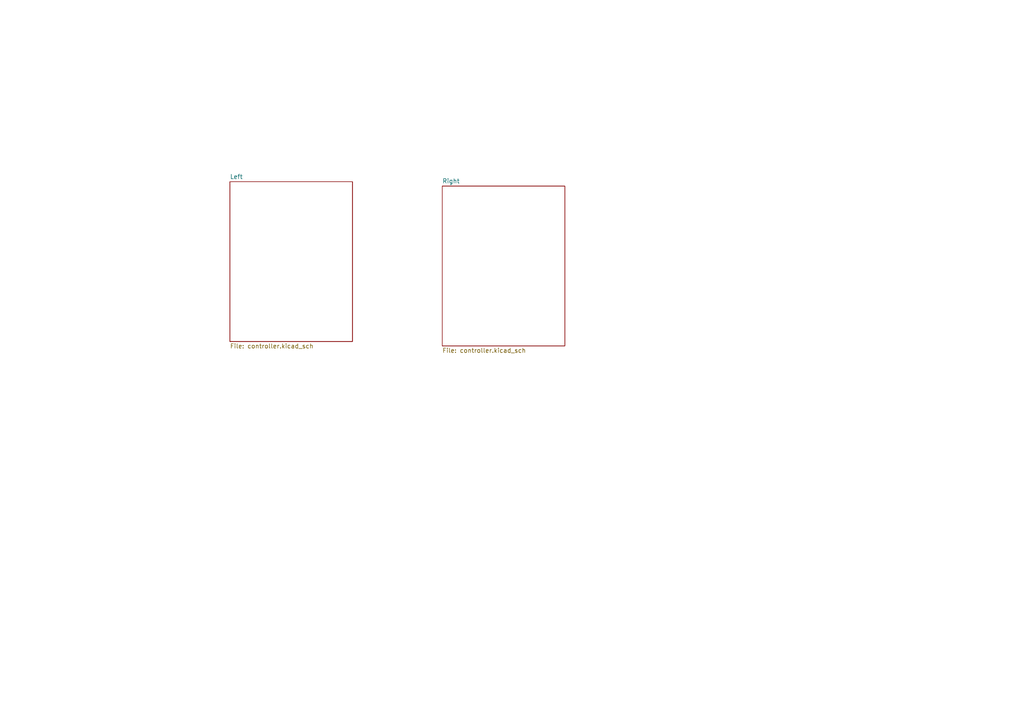
<source format=kicad_sch>
(kicad_sch (version 20211123) (generator eeschema)
  (paper "A4")
  (lib_symbols)
  (sheet (at 66.675 52.705) (size 35.56 46.355) (stroke (width 0.1524))
    (property "Sheet name" "Left" (at 66.675 51.9934 0) (effects (justify left bottom)))
    (property "Sheet file" "controller.kicad_sch" (at 66.675 99.6446 0) (effects (justify left top)))
  )
  (sheet (at 128.27 53.975) (size 35.56 46.355) (stroke (width 0.1524))
    (property "Sheet name" "Right" (at 128.27 53.2634 0) (effects (justify left bottom)))
    (property "Sheet file" "controller.kicad_sch" (at 128.27 100.9146 0) (effects (justify left top)))
  )
)
</source>
